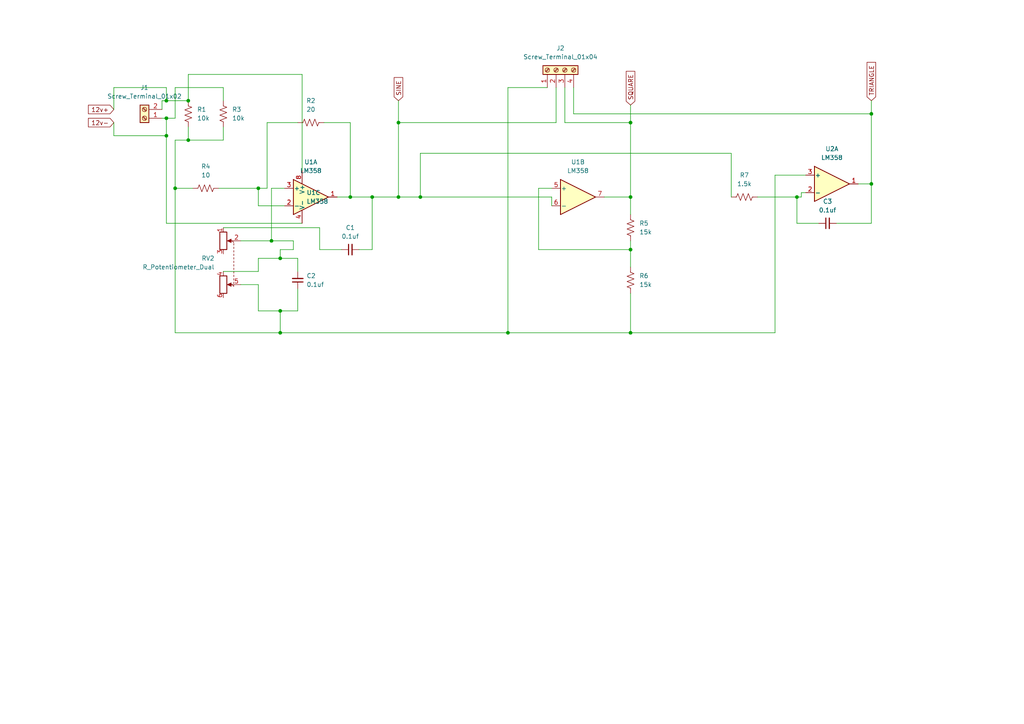
<source format=kicad_sch>
(kicad_sch (version 20250114) (generator "eeschema") (generator_version "9.0")
  (paper "A4")
  (lib_symbols
    (symbol "Amplifier_Operational:LM358" (pin_names (offset 0.127))
      (property "Reference" "U" (at 0 5.08 0))
      (property "Value" "LM358" (at 0 -5.08 0))
      (symbol "LM358_1_1"
        (polyline (pts (xy -5.08 5.08) (xy 5.08 0) (xy -5.08 -5.08) (xy -5.08 5.08)) (stroke (width 0.254)) (fill (type background)))
        (pin input line (at -7.62 2.54 0) (length 2.54) (name "+") (number "3"))
        (pin input line (at -7.62 -2.54 0) (length 2.54) (name "-") (number "2"))
        (pin output line (at 7.62 0 180) (length 2.54) (name "~") (number "1"))
      )
      (symbol "LM358_2_1"
        (polyline (pts (xy -5.08 5.08) (xy 5.08 0) (xy -5.08 -5.08) (xy -5.08 5.08)) (stroke (width 0.254)) (fill (type background)))
        (pin input line (at -7.62 2.54 0) (length 2.54) (name "+") (number "5"))
        (pin input line (at -7.62 -2.54 0) (length 2.54) (name "-") (number "6"))
        (pin output line (at 7.62 0 180) (length 2.54) (name "~") (number "7"))
      )
      (symbol "LM358_3_1"
        (pin power_in line (at -2.54 7.62 270) (length 3.81) (name "V+") (number "8"))
        (pin power_in line (at -2.54 -7.62 90) (length 3.81) (name "V-") (number "4"))
      )
    )
    (symbol "Connector:Screw_Terminal_01x02" (pin_names (offset 1.016) (hide yes))
      (property "Reference" "J" (at 0 2.54 0))
      (property "Value" "Screw_Terminal_01x02" (at 0 -5.08 0))
      (symbol "Screw_Terminal_01x02_1_1"
        (rectangle (start -1.27 1.27) (end 1.27 -3.81) (stroke (width 0.254)) (fill (type background)))
        (polyline (pts (xy -0.5334 0.3302) (xy 0.3302 -0.508)) (stroke (width 0.1524)))
        (polyline (pts (xy -0.5334 -2.2098) (xy 0.3302 -3.048)) (stroke (width 0.1524)))
        (polyline (pts (xy -0.3556 0.508) (xy 0.508 -0.3302)) (stroke (width 0.1524)))
        (polyline (pts (xy -0.3556 -2.032) (xy 0.508 -2.8702)) (stroke (width 0.1524)))
        (circle (center 0 0) (radius 0.635) (stroke (width 0.1524)))
        (circle (center 0 -2.54) (radius 0.635) (stroke (width 0.1524)))
        (pin passive line (at -5.08 0 0) (length 3.81) (name "Pin_1") (number "1"))
        (pin passive line (at -5.08 -2.54 0) (length 3.81) (name "Pin_2") (number "2"))
      )
    )
    (symbol "Connector:Screw_Terminal_01x04" (pin_names (offset 1.016) (hide yes))
      (property "Reference" "J" (at 0 5.08 0))
      (property "Value" "Screw_Terminal_01x04" (at 0 -7.62 0))
      (symbol "Screw_Terminal_01x04_1_1"
        (rectangle (start -1.27 3.81) (end 1.27 -6.35) (stroke (width 0.254)) (fill (type background)))
        (polyline (pts (xy -0.5334 2.8702) (xy 0.3302 2.032)) (stroke (width 0.1524)))
        (polyline (pts (xy -0.5334 0.3302) (xy 0.3302 -0.508)) (stroke (width 0.1524)))
        (polyline (pts (xy -0.5334 -2.2098) (xy 0.3302 -3.048)) (stroke (width 0.1524)))
        (polyline (pts (xy -0.5334 -4.7498) (xy 0.3302 -5.588)) (stroke (width 0.1524)))
        (polyline (pts (xy -0.3556 3.048) (xy 0.508 2.2098)) (stroke (width 0.1524)))
        (polyline (pts (xy -0.3556 0.508) (xy 0.508 -0.3302)) (stroke (width 0.1524)))
        (polyline (pts (xy -0.3556 -2.032) (xy 0.508 -2.8702)) (stroke (width 0.1524)))
        (polyline (pts (xy -0.3556 -4.572) (xy 0.508 -5.4102)) (stroke (width 0.1524)))
        (circle (center 0 2.54) (radius 0.635) (stroke (width 0.1524)))
        (circle (center 0 0) (radius 0.635) (stroke (width 0.1524)))
        (circle (center 0 -2.54) (radius 0.635) (stroke (width 0.1524)))
        (circle (center 0 -5.08) (radius 0.635) (stroke (width 0.1524)))
        (pin passive line (at -5.08 2.54 0) (length 3.81) (name "Pin_1") (number "1"))
        (pin passive line (at -5.08 0 0) (length 3.81) (name "Pin_2") (number "2"))
        (pin passive line (at -5.08 -2.54 0) (length 3.81) (name "Pin_3") (number "3"))
        (pin passive line (at -5.08 -5.08 0) (length 3.81) (name "Pin_4") (number "4"))
      )
    )
    (symbol "Device:C_Small" (pin_numbers (hide yes)) (pin_names (offset 0.254) (hide yes))
      (property "Reference" "C" (at 0.254 1.778 0))
      (property "Value" "C_Small" (at 0.254 -2.032 0))
      (symbol "C_Small_0_1"
        (polyline (pts (xy -1.524 0.508) (xy 1.524 0.508)) (stroke (width 0.3048)))
        (polyline (pts (xy -1.524 -0.508) (xy 1.524 -0.508)) (stroke (width 0.3302)))
      )
      (symbol "C_Small_1_1"
        (pin passive line (at 0 2.54 270) (length 2.032) (name "~") (number "1"))
        (pin passive line (at 0 -2.54 90) (length 2.032) (name "~") (number "2"))
      )
    )
    (symbol "Device:R_Potentiometer_Dual" (pin_names (offset 1.016) (hide yes))
      (property "Reference" "RV" (at 0 3.81 0))
      (property "Value" "R_Potentiometer_Dual" (at 0 1.905 0))
      (symbol "R_Potentiometer_Dual_0_1"
        (rectangle (start -8.89 -1.524) (end -3.81 -3.556) (stroke (width 0.254)))
        (polyline (pts (xy -6.35 0) (xy -6.35 -1.016)))
        (polyline (pts (xy -6.35 0) (xy -6.35 -1.016)))
        (polyline (pts (xy -6.35 0) (xy -5.842 0.508)))
        (polyline (pts (xy -6.35 -1.397) (xy -6.858 -0.254) (xy -5.842 -0.254) (xy -6.35 -1.397)) (fill (type outline)))
        (polyline (pts (xy -5.588 0.508) (xy -5.08 0.508)))
        (polyline (pts (xy -4.572 0.508) (xy -4.064 0.508)))
        (polyline (pts (xy -3.556 0.508) (xy -3.048 0.508)))
        (polyline (pts (xy -2.54 0.508) (xy -2.032 0.508)))
        (polyline (pts (xy -1.524 0.508) (xy -1.016 0.508)))
        (polyline (pts (xy -0.508 0.508) (xy 0 0.508)))
        (polyline (pts (xy 0.508 0.508) (xy 1.016 0.508)))
        (polyline (pts (xy 1.524 0.508) (xy 2.032 0.508)))
        (polyline (pts (xy 2.54 0.508) (xy 3.048 0.508)))
        (polyline (pts (xy 3.556 0.508) (xy 4.064 0.508)))
        (rectangle (start 3.81 -1.524) (end 8.89 -3.556) (stroke (width 0.254)))
        (polyline (pts (xy 4.572 0.508) (xy 5.08 0.508)))
        (polyline (pts (xy 5.588 0.508) (xy 6.096 0.508)))
        (polyline (pts (xy 6.35 0) (xy 6.35 -1.016)))
        (polyline (pts (xy 6.35 0) (xy 6.35 -1.016)))
        (polyline (pts (xy 6.35 -1.397) (xy 5.842 -0.254) (xy 6.858 -0.254) (xy 6.35 -1.397)) (fill (type outline)))
        (polyline (pts (xy 6.604 0.508) (xy 6.858 0.508) (xy 6.35 0)))
      )
      (symbol "R_Potentiometer_Dual_1_1"
        (pin passive line (at -10.16 -2.54 0) (length 1.27) (name "1") (number "1"))
        (pin passive line (at -6.35 2.54 270) (length 2.54) (name "2") (number "2"))
        (pin passive line (at -2.54 -2.54 180) (length 1.27) (name "3") (number "3"))
        (pin passive line (at 2.54 -2.54 0) (length 1.27) (name "4") (number "4"))
        (pin passive line (at 6.35 2.54 270) (length 2.54) (name "5") (number "5"))
        (pin passive line (at 10.16 -2.54 180) (length 1.27) (name "6") (number "6"))
      )
    )
    (symbol "Device:R_US" (pin_numbers (hide yes)) (pin_names (offset 0))
      (property "Reference" "R" (at 2.54 0 90))
      (property "Value" "R_US" (at -2.54 0 90))
      (symbol "R_US_0_1"
        (polyline (pts (xy 0 2.286) (xy 0 2.54)))
        (polyline (pts (xy 0 2.286) (xy 1.016 1.905) (xy 0 1.524) (xy -1.016 1.143) (xy 0 0.762)))
        (polyline (pts (xy 0 0.762) (xy 1.016 0.381) (xy 0 0) (xy -1.016 -0.381) (xy 0 -0.762)))
        (polyline (pts (xy 0 -0.762) (xy 1.016 -1.143) (xy 0 -1.524) (xy -1.016 -1.905) (xy 0 -2.286)))
        (polyline (pts (xy 0 -2.286) (xy 0 -2.54)))
      )
      (symbol "R_US_1_1"
        (pin passive line (at 0 3.81 270) (length 1.27) (name "~") (number "1"))
        (pin passive line (at 0 -3.81 90) (length 1.27) (name "~") (number "2"))
      )
    )
  )
  (junction (at 78.74 69.85))
  (junction (at 54.61 29.21))
  (junction (at 101.6 57.15))
  (junction (at 50.8 54.61))
  (junction (at 74.93 54.61))
  (junction (at 182.88 96.52))
  (junction (at 147.32 96.52))
  (junction (at 48.26 34.29))
  (junction (at 81.28 74.93))
  (junction (at 48.26 29.21))
  (junction (at 252.73 33.02))
  (junction (at 54.61 40.64))
  (junction (at 115.57 35.56))
  (junction (at 182.88 72.39))
  (junction (at 182.88 57.15))
  (junction (at 121.92 57.15))
  (junction (at 252.73 53.34))
  (junction (at 81.28 96.52))
  (junction (at 107.95 57.15))
  (junction (at 182.88 35.56))
  (junction (at 81.28 90.17))
  (junction (at 115.57 57.15))
  (junction (at 231.14 57.15))
  (junction (at 48.26 39.37))
  (wire (pts (xy 69.85 82.55) (xy 74.93 82.55)))
  (wire (pts (xy 48.26 25.4) (xy 48.26 29.21)))
  (wire (pts (xy 252.73 64.77) (xy 252.73 53.34)))
  (wire (pts (xy 86.36 74.93) (xy 86.36 78.74)))
  (wire (pts (xy 182.88 96.52) (xy 224.79 96.52)))
  (wire (pts (xy 50.8 40.64) (xy 50.8 54.61)))
  (wire (pts (xy 115.57 57.15) (xy 115.57 35.56)))
  (wire (pts (xy 74.93 54.61) (xy 74.93 59.69)))
  (wire (pts (xy 86.36 35.56) (xy 77.47 35.56)))
  (wire (pts (xy 33.02 31.75) (xy 33.02 25.4)))
  (wire (pts (xy 147.32 96.52) (xy 182.88 96.52)))
  (wire (pts (xy 48.26 64.77) (xy 87.63 64.77)))
  (wire (pts (xy 147.32 25.4) (xy 147.32 96.52)))
  (wire (pts (xy 81.28 90.17) (xy 81.28 96.52)))
  (wire (pts (xy 81.28 90.17) (xy 86.36 90.17)))
  (wire (pts (xy 115.57 35.56) (xy 161.29 35.56)))
  (wire (pts (xy 231.14 57.15) (xy 232.41 57.15)))
  (wire (pts (xy 48.26 34.29) (xy 48.26 39.37)))
  (wire (pts (xy 182.88 69.85) (xy 182.88 72.39)))
  (wire (pts (xy 64.77 78.74) (xy 74.93 78.74)))
  (wire (pts (xy 115.57 35.56) (xy 115.57 29.21)))
  (wire (pts (xy 231.14 57.15) (xy 231.14 64.77)))
  (wire (pts (xy 48.26 39.37) (xy 48.26 64.77)))
  (wire (pts (xy 48.26 29.21) (xy 54.61 29.21)))
  (wire (pts (xy 92.71 66.04) (xy 92.71 72.39)))
  (wire (pts (xy 160.02 57.15) (xy 160.02 59.69)))
  (wire (pts (xy 107.95 57.15) (xy 101.6 57.15)))
  (wire (pts (xy 74.93 90.17) (xy 81.28 90.17)))
  (wire (pts (xy 54.61 36.83) (xy 54.61 40.64)))
  (wire (pts (xy 81.28 74.93) (xy 81.28 72.39)))
  (wire (pts (xy 232.41 57.15) (xy 232.41 55.88)))
  (wire (pts (xy 50.8 96.52) (xy 81.28 96.52)))
  (wire (pts (xy 182.88 35.56) (xy 182.88 57.15)))
  (wire (pts (xy 63.5 54.61) (xy 74.93 54.61)))
  (wire (pts (xy 33.02 35.56) (xy 33.02 39.37)))
  (wire (pts (xy 156.21 72.39) (xy 156.21 54.61)))
  (wire (pts (xy 252.73 33.02) (xy 166.37 33.02)))
  (wire (pts (xy 64.77 25.4) (xy 64.77 29.21)))
  (wire (pts (xy 182.88 72.39) (xy 182.88 77.47)))
  (wire (pts (xy 156.21 54.61) (xy 160.02 54.61)))
  (wire (pts (xy 54.61 29.21) (xy 54.61 21.59)))
  (wire (pts (xy 64.77 36.83) (xy 64.77 40.64)))
  (wire (pts (xy 101.6 35.56) (xy 101.6 57.15)))
  (wire (pts (xy 182.88 57.15) (xy 182.88 62.23)))
  (wire (pts (xy 78.74 54.61) (xy 78.74 69.85)))
  (wire (pts (xy 248.92 53.34) (xy 252.73 53.34)))
  (wire (pts (xy 33.02 25.4) (xy 48.26 25.4)))
  (wire (pts (xy 232.41 55.88) (xy 233.68 55.88)))
  (wire (pts (xy 50.8 25.4) (xy 64.77 25.4)))
  (wire (pts (xy 48.26 34.29) (xy 50.8 34.29)))
  (wire (pts (xy 74.93 74.93) (xy 74.93 78.74)))
  (wire (pts (xy 78.74 69.85) (xy 85.09 69.85)))
  (wire (pts (xy 87.63 21.59) (xy 87.63 49.53)))
  (wire (pts (xy 104.14 72.39) (xy 107.95 72.39)))
  (wire (pts (xy 161.29 25.4) (xy 161.29 35.56)))
  (wire (pts (xy 50.8 54.61) (xy 50.8 96.52)))
  (wire (pts (xy 82.55 54.61) (xy 78.74 54.61)))
  (wire (pts (xy 97.79 57.15) (xy 101.6 57.15)))
  (wire (pts (xy 107.95 72.39) (xy 107.95 57.15)))
  (wire (pts (xy 81.28 96.52) (xy 147.32 96.52)))
  (wire (pts (xy 92.71 72.39) (xy 99.06 72.39)))
  (wire (pts (xy 64.77 66.04) (xy 92.71 66.04)))
  (wire (pts (xy 46.99 31.75) (xy 46.99 29.21)))
  (wire (pts (xy 93.98 35.56) (xy 101.6 35.56)))
  (wire (pts (xy 175.26 57.15) (xy 182.88 57.15)))
  (wire (pts (xy 242.57 64.77) (xy 252.73 64.77)))
  (wire (pts (xy 231.14 64.77) (xy 237.49 64.77)))
  (wire (pts (xy 121.92 44.45) (xy 212.09 44.45)))
  (wire (pts (xy 219.71 57.15) (xy 231.14 57.15)))
  (wire (pts (xy 74.93 74.93) (xy 81.28 74.93)))
  (wire (pts (xy 85.09 69.85) (xy 85.09 72.39)))
  (wire (pts (xy 81.28 74.93) (xy 86.36 74.93)))
  (wire (pts (xy 74.93 59.69) (xy 82.55 59.69)))
  (wire (pts (xy 121.92 57.15) (xy 121.92 44.45)))
  (wire (pts (xy 158.75 25.4) (xy 147.32 25.4)))
  (wire (pts (xy 69.85 69.85) (xy 78.74 69.85)))
  (wire (pts (xy 182.88 35.56) (xy 163.83 35.56)))
  (wire (pts (xy 212.09 44.45) (xy 212.09 57.15)))
  (wire (pts (xy 86.36 83.82) (xy 86.36 90.17)))
  (wire (pts (xy 50.8 34.29) (xy 50.8 25.4)))
  (wire (pts (xy 121.92 57.15) (xy 160.02 57.15)))
  (wire (pts (xy 54.61 21.59) (xy 87.63 21.59)))
  (wire (pts (xy 252.73 29.21) (xy 252.73 33.02)))
  (wire (pts (xy 74.93 82.55) (xy 74.93 90.17)))
  (wire (pts (xy 107.95 57.15) (xy 115.57 57.15)))
  (wire (pts (xy 81.28 72.39) (xy 85.09 72.39)))
  (wire (pts (xy 74.93 54.61) (xy 77.47 54.61)))
  (wire (pts (xy 233.68 50.8) (xy 224.79 50.8)))
  (wire (pts (xy 46.99 29.21) (xy 48.26 29.21)))
  (wire (pts (xy 163.83 25.4) (xy 163.83 35.56)))
  (wire (pts (xy 182.88 85.09) (xy 182.88 96.52)))
  (wire (pts (xy 252.73 33.02) (xy 252.73 53.34)))
  (wire (pts (xy 46.99 34.29) (xy 48.26 34.29)))
  (wire (pts (xy 33.02 39.37) (xy 48.26 39.37)))
  (wire (pts (xy 182.88 72.39) (xy 156.21 72.39)))
  (wire (pts (xy 50.8 54.61) (xy 55.88 54.61)))
  (wire (pts (xy 115.57 57.15) (xy 121.92 57.15)))
  (wire (pts (xy 77.47 35.56) (xy 77.47 54.61)))
  (wire (pts (xy 50.8 40.64) (xy 54.61 40.64)))
  (wire (pts (xy 182.88 30.48) (xy 182.88 35.56)))
  (wire (pts (xy 54.61 40.64) (xy 64.77 40.64)))
  (wire (pts (xy 224.79 50.8) (xy 224.79 96.52)))
  (wire (pts (xy 166.37 25.4) (xy 166.37 33.02)))
  (global_label "12v+" (shape input) (at 33.02 31.75 180) (property "Intersheetrefs" "${INTERSHEET_REFS}" (effects (hide yes))))
  (global_label "SINE" (shape input) (at 115.57 29.21 90) (property "Intersheetrefs" "${INTERSHEET_REFS}" (effects (hide yes))))
  (global_label "TRIANGLE" (shape input) (at 252.73 29.21 90) (property "Intersheetrefs" "${INTERSHEET_REFS}" (effects (hide yes))))
  (global_label "12v-" (shape input) (at 33.02 35.56 180) (property "Intersheetrefs" "${INTERSHEET_REFS}" (effects (hide yes))))
  (global_label "SQUARE" (shape input) (at 182.88 30.48 90) (property "Intersheetrefs" "${INTERSHEET_REFS}" (effects (hide yes))))
  (symbol (lib_id "Device:R_US") (at 64.77 33.02 0) (unit 1)
    (property "Reference" "R3" (at 67.31 31.7499 0) (effects (justify left)))
    (property "Value" "10k" (at 67.31 34.2899 0) (effects (justify left)))
    (property "Footprint" "Resistor_THT:R_Axial_DIN0309_L9.0mm_D3.2mm_P15.24mm_Horizontal" (effects (hide yes)))
    (property "Description" "Resistor, US symbol" (effects (hide yes)))
  )
  (symbol (lib_id "Device:C_Small") (at 86.36 81.28 180) (unit 1)
    (property "Reference" "C2" (at 88.9 80.0035 0) (effects (justify right)))
    (property "Value" "0.1uf" (at 88.9 82.5435 0) (effects (justify right)))
    (property "Footprint" "Capacitor_THT:C_Disc_D7.5mm_W2.5mm_P5.00mm" (effects (hide yes)))
    (property "Description" "Unpolarized capacitor, small symbol" (effects (hide yes)))
  )
  (symbol (lib_id "Device:R_US") (at 182.88 81.28 0) (unit 1)
    (property "Reference" "R6" (at 185.42 80.0099 0) (effects (justify left)))
    (property "Value" "15k" (at 185.42 82.5499 0) (effects (justify left)))
    (property "Footprint" "Resistor_THT:R_Axial_DIN0309_L9.0mm_D3.2mm_P15.24mm_Horizontal" (effects (hide yes)))
    (property "Description" "Resistor, US symbol" (effects (hide yes)))
  )
  (symbol (lib_id "Amplifier_Operational:LM358") (at 167.64 57.15 0) (unit 2)
    (property "Reference" "U1" (at 167.64 46.99 0))
    (property "Value" "LM358" (at 167.64 49.53 0))
    (property "Footprint" "Package_DIP:CERDIP-8_W7.62mm_SideBrazed_Socket" (effects (hide yes)))
    (property "Datasheet" "http://www.ti.com/lit/ds/symlink/lm2904-n.pdf" (effects (hide yes)))
    (property "Description" "Low-Power, Dual Operational Amplifiers, DIP-8/SOIC-8/TO-99-8" (effects (hide yes)))
  )
  (symbol (lib_id "Connector:Screw_Terminal_01x02") (at 41.91 34.29 180) (unit 1)
    (property "Reference" "J1" (at 41.91 25.4 0))
    (property "Value" "Screw_Terminal_01x02" (at 41.91 27.94 0))
    (property "Footprint" "TerminalBlock:TerminalBlock_MaiXu_MX126-5.0-02P_1x02_P5.00mm" (effects (hide yes)))
    (property "Description" "Generic screw terminal, single row, 01x02, script generated (kicad-library-utils/schlib/autogen/connector/)" (effects (hide yes)))
  )
  (symbol (lib_id "Device:R_US") (at 182.88 66.04 0) (unit 1)
    (property "Reference" "R5" (at 185.42 64.7699 0) (effects (justify left)))
    (property "Value" "15k" (at 185.42 67.3099 0) (effects (justify left)))
    (property "Footprint" "Resistor_THT:R_Axial_DIN0309_L9.0mm_D3.2mm_P15.24mm_Horizontal" (effects (hide yes)))
    (property "Description" "Resistor, US symbol" (effects (hide yes)))
  )
  (symbol (lib_id "Device:R_US") (at 90.17 35.56 90) (unit 1)
    (property "Reference" "R2" (at 90.17 29.21 90))
    (property "Value" "20" (at 90.17 31.75 90))
    (property "Footprint" "Resistor_THT:R_Axial_DIN0309_L9.0mm_D3.2mm_P15.24mm_Horizontal" (effects (hide yes)))
    (property "Description" "Resistor, US symbol" (effects (hide yes)))
  )
  (symbol (lib_id "Connector:Screw_Terminal_01x04") (at 161.29 20.32 90) (unit 1)
    (property "Reference" "J2" (at 162.56 13.97 90))
    (property "Value" "Screw_Terminal_01x04" (at 162.56 16.51 90))
    (property "Footprint" "TerminalBlock:TerminalBlock_MaiXu_MX126-5.0-04P_1x04_P5.00mm" (effects (hide yes)))
    (property "Description" "Generic screw terminal, single row, 01x04, script generated (kicad-library-utils/schlib/autogen/connector/)" (effects (hide yes)))
  )
  (symbol (lib_id "Amplifier_Operational:LM358") (at 90.17 57.15 0) (unit 1)
    (property "Reference" "U1" (at 90.17 46.99 0))
    (property "Value" "LM358" (at 90.17 49.53 0))
    (property "Footprint" "Package_DIP:CERDIP-8_W7.62mm_SideBrazed_Socket" (effects (hide yes)))
    (property "Datasheet" "http://www.ti.com/lit/ds/symlink/lm2904-n.pdf" (effects (hide yes)))
    (property "Description" "Low-Power, Dual Operational Amplifiers, DIP-8/SOIC-8/TO-99-8" (effects (hide yes)))
  )
  (symbol (lib_id "Device:C_Small") (at 101.6 72.39 90) (unit 1)
    (property "Reference" "C1" (at 101.6063 66.04 90))
    (property "Value" "0.1uf" (at 101.6063 68.58 90))
    (property "Footprint" "Capacitor_THT:C_Disc_D7.5mm_W2.5mm_P5.00mm" (effects (hide yes)))
    (property "Description" "Unpolarized capacitor, small symbol" (effects (hide yes)))
  )
  (symbol (lib_id "Device:R_US") (at 59.69 54.61 90) (unit 1)
    (property "Reference" "R4" (at 59.69 48.26 90))
    (property "Value" "10" (at 59.69 50.8 90))
    (property "Footprint" "Resistor_THT:R_Axial_DIN0309_L9.0mm_D3.2mm_P15.24mm_Horizontal" (effects (hide yes)))
    (property "Description" "Resistor, US symbol" (effects (hide yes)))
  )
  (symbol (lib_id "Device:R_US") (at 215.9 57.15 90) (unit 1)
    (property "Reference" "R7" (at 215.9 50.8 90))
    (property "Value" "1.5k" (at 215.9 53.34 90))
    (property "Footprint" "Resistor_THT:R_Axial_DIN0309_L9.0mm_D3.2mm_P15.24mm_Horizontal" (effects (hide yes)))
    (property "Description" "Resistor, US symbol" (effects (hide yes)))
  )
  (symbol (lib_id "Device:R_Potentiometer_Dual") (at 67.31 76.2 270) (unit 1)
    (property "Reference" "RV2" (at 62.23 74.9299 90) (effects (justify right)))
    (property "Value" "R_Potentiometer_Dual" (at 62.23 77.4699 90) (effects (justify right)))
    (property "Footprint" "Potentiometer_THT:Potentiometer_Alps_RK163_Dual_Horizontal" (effects (hide yes)))
    (property "Description" "Dual potentiometer" (effects (hide yes)))
  )
  (symbol (lib_id "Amplifier_Operational:LM358") (at 241.3 53.34 0) (unit 1)
    (property "Reference" "U2" (at 241.3 43.18 0))
    (property "Value" "LM358" (at 241.3 45.72 0))
    (property "Footprint" "Package_DIP:CERDIP-8_W7.62mm_SideBrazed_Socket" (effects (hide yes)))
    (property "Datasheet" "http://www.ti.com/lit/ds/symlink/lm2904-n.pdf" (effects (hide yes)))
    (property "Description" "Low-Power, Dual Operational Amplifiers, DIP-8/SOIC-8/TO-99-8" (effects (hide yes)))
  )
  (symbol (lib_id "Device:R_US") (at 54.61 33.02 180) (unit 1)
    (property "Reference" "R1" (at 57.15 31.7499 0) (effects (justify right)))
    (property "Value" "10k" (at 57.15 34.2899 0) (effects (justify right)))
    (property "Footprint" "Resistor_THT:R_Axial_DIN0309_L9.0mm_D3.2mm_P15.24mm_Horizontal" (effects (hide yes)))
    (property "Description" "Resistor, US symbol" (effects (hide yes)))
  )
  (symbol (lib_id "Amplifier_Operational:LM358") (at 90.17 57.15 0) (unit 3)
    (property "Reference" "U1" (at 88.9 55.8799 0) (effects (justify left)))
    (property "Value" "LM358" (at 88.9 58.4199 0) (effects (justify left)))
    (property "Footprint" "Package_DIP:CERDIP-8_W7.62mm_SideBrazed_Socket" (effects (hide yes)))
    (property "Datasheet" "http://www.ti.com/lit/ds/symlink/lm2904-n.pdf" (effects (hide yes)))
    (property "Description" "Low-Power, Dual Operational Amplifiers, DIP-8/SOIC-8/TO-99-8" (effects (hide yes)))
  )
  (symbol (lib_id "Device:C_Small") (at 240.03 64.77 90) (unit 1)
    (property "Reference" "C3" (at 240.03 58.42 90))
    (property "Value" "0.1uf" (at 240.0363 60.96 90))
    (property "Footprint" "Capacitor_THT:C_Disc_D7.5mm_W2.5mm_P5.00mm" (effects (hide yes)))
    (property "Description" "Unpolarized capacitor, small symbol" (effects (hide yes)))
  )
)
</source>
